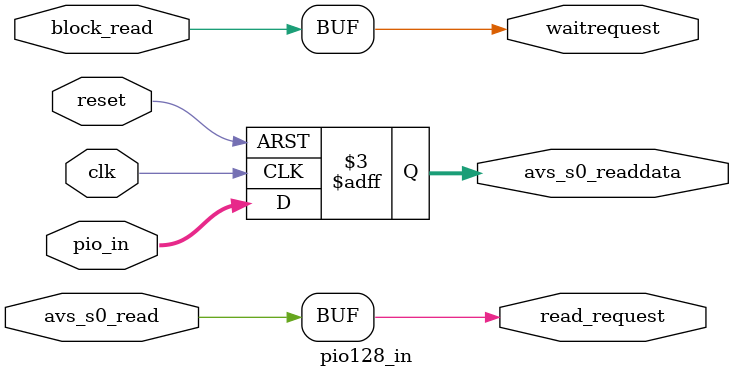
<source format=sv>
module pio128_in (
	input logic clk,
	input logic reset,
	input logic block_read,
	input logic avs_s0_read,
	output logic waitrequest,
	output logic [127:0] avs_s0_readdata,
	output logic read_request,
	input logic [127:0] pio_in
);
	assign  read_request = avs_s0_read;
	assign  waitrequest = block_read;
	always_ff@(posedge clk or negedge reset) begin
		if(!reset) begin
		avs_s0_readdata<='0;
		//waitrequest<='0;
		end
		else begin avs_s0_readdata<=pio_in;
			//waitrequest<=block_read;
		end
	end

endmodule
</source>
